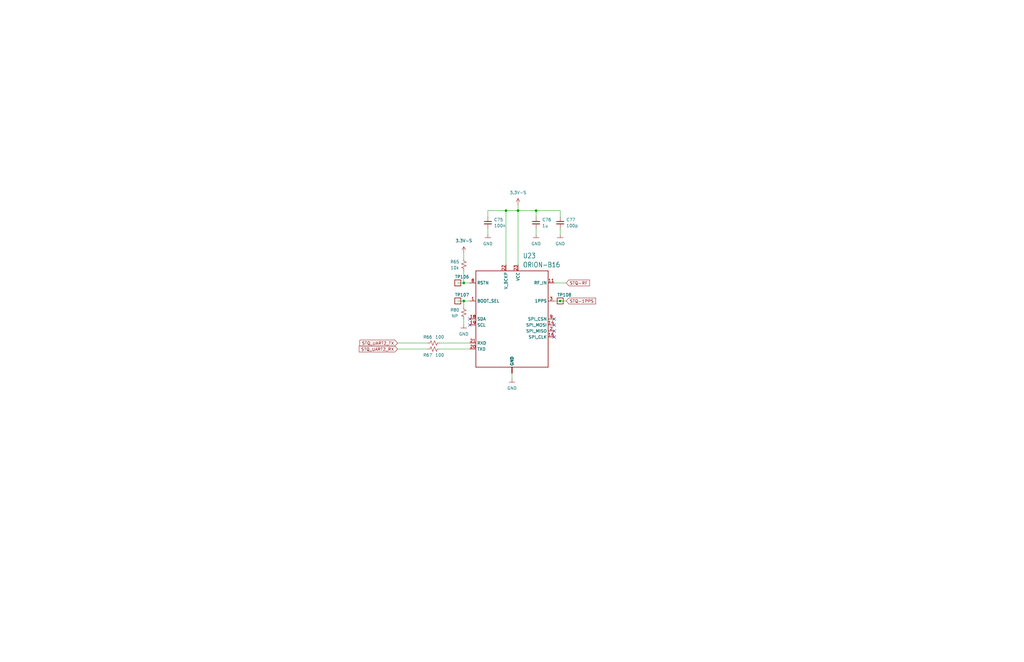
<source format=kicad_sch>
(kicad_sch (version 20211123) (generator eeschema)
  (paper "B")
  (lib_symbols
    (symbol "Device:C_Small" (pin_numbers hide) (pin_names (offset 0.254) hide)
      (property "Reference" "C" (at 0.254 1.778 0))
      (property "Value" "C_Small" (at 0.254 -2.032 0))
      (symbol "C_Small_0_1"
        (polyline (pts (xy -1.524 -0.508) (xy 1.524 -0.508)) (stroke (width 0.3302)))
        (polyline (pts (xy -1.524 0.508) (xy 1.524 0.508)) (stroke (width 0.3048)))
      )
      (symbol "C_Small_1_1"
        (pin passive line (at 0 2.54 270) (length 2.032) (name "~") (number "1"))
        (pin passive line (at 0 -2.54 90) (length 2.032) (name "~") (number "2"))
      )
    )
    (symbol "Device:R_Small_US" (pin_numbers hide) (pin_names (offset 0.254) hide)
      (property "Reference" "R" (at 0.762 0.508 0))
      (property "Value" "R_Small_US" (at 0.762 -1.016 0))
      (symbol "R_Small_US_1_1"
        (polyline (pts (xy 0 0) (xy 1.016 -0.381) (xy 0 -0.762) (xy -1.016 -1.143) (xy 0 -1.524)))
        (polyline (pts (xy 0 1.524) (xy 1.016 1.143) (xy 0 0.762) (xy -1.016 0.381) (xy 0 0)))
        (pin passive line (at 0 2.54 270) (length 1.016) (name "~") (number "1"))
        (pin passive line (at 0 -2.54 90) (length 1.016) (name "~") (number "2"))
      )
    )
    (symbol "OreSat-Power:GND" (power) (pin_names (offset 0))
      (property "Value" "GND" (at 0 -2.54 0))
      (symbol "GND_0_1"
        (polyline (pts (xy 0 0) (xy 0 -1.27) (xy 1.27 -1.27) (xy 0 -1.27) (xy -1.27 -1.27) (xy 0 -1.27)))
      )
      (symbol "GND_1_1"
        (pin power_in line (at 0 0 270) (length 0) hide (name "GND") (number "1"))
      )
    )
    (symbol "OreSat-TestPoint:Test-Point" (pin_numbers hide) (pin_names hide)
      (property "Reference" "TP" (at 0 2.54 0))
      (symbol "Test-Point_0_1"
        (rectangle (start -1.27 1.27) (end 1.27 -1.27) (stroke (width 0.254)))
      )
      (symbol "Test-Point_1_1"
        (pin passive line (at 0 0 90) (length 0) (name "") (number "1"))
      )
    )
    (symbol "U-SkyTraq-ORION-B16-gps-receiver:ORION-B16"
      (property "Reference" "U" (at 10.16 25.4 0))
      (property "Value" "ORION-B16" (at 10.16 22.86 0))
      (symbol "ORION-B16_1_0"
        (polyline (pts (xy -15.24 -20.32) (xy -15.24 20.32)) (stroke (width 0.254)))
        (polyline (pts (xy -15.24 20.32) (xy 15.24 20.32)) (stroke (width 0.254)))
        (polyline (pts (xy 15.24 -20.32) (xy -15.24 -20.32)) (stroke (width 0.254)))
        (polyline (pts (xy 15.24 20.32) (xy 15.24 -20.32)) (stroke (width 0.254)))
        (pin input line (at -17.78 7.62 0) (length 2.54) (name "BOOT_SEL") (number "1"))
        (pin power_in line (at 0 -22.86 90) (length 2.54) (name "GND") (number "10"))
        (pin input line (at 17.78 15.24 180) (length 2.54) (name "RF_IN") (number "11"))
        (pin power_in line (at 0 -22.86 90) (length 2.54) (name "GND") (number "12"))
        (pin power_in line (at 0 -22.86 90) (length 2.54) (name "GND") (number "13"))
        (pin input line (at 17.78 -2.54 180) (length 2.54) (name "SPI_MOSI") (number "14"))
        (pin input line (at 17.78 -7.62 180) (length 2.54) (name "SPI_CLK") (number "16"))
        (pin bidirectional line (at -17.78 0 0) (length 2.54) (name "SDA") (number "18"))
        (pin input line (at -17.78 -2.54 0) (length 2.54) (name "SCL") (number "19"))
        (pin output line (at 17.78 -5.08 180) (length 2.54) (name "SPI_MISO") (number "2"))
        (pin bidirectional line (at -17.78 -12.7 0) (length 2.54) (name "TXD") (number "20"))
        (pin input line (at -17.78 -10.16 0) (length 2.54) (name "RXD") (number "21"))
        (pin power_in line (at -2.54 22.86 270) (length 2.54) (name "V_BCKP") (number "22"))
        (pin power_in line (at 2.54 22.86 270) (length 2.54) (name "VCC") (number "23"))
        (pin power_in line (at 0 -22.86 90) (length 2.54) (name "GND") (number "24"))
        (pin output line (at 17.78 7.62 180) (length 2.54) (name "1PPS") (number "3"))
        (pin input line (at -17.78 15.24 0) (length 2.54) (name "RSTN") (number "8"))
        (pin input line (at 17.78 0 180) (length 2.54) (name "SPI_CSN") (number "9"))
      )
    )
    (symbol "gps-power:3.3V-S" (power) (in_bom no) (on_board no)
      (property "Value" "3.3V-S" (at 0 5.08 0))
      (symbol "3.3V-S_0_1"
        (polyline (pts (xy -0.762 1.27) (xy 0 2.54)))
        (polyline (pts (xy 0 0) (xy 0 2.54)))
        (polyline (pts (xy 0 2.54) (xy 0.762 1.27)))
      )
      (symbol "3.3V-S_1_1"
        (pin power_in line (at 0 0 90) (length 2.54) hide (name "3.3V-S") (number "1"))
      )
    )
  )
  (junction (at 236.22 127))
  (junction (at 213.36 88.9))
  (junction (at 218.44 88.9))
  (junction (at 195.58 119.38))
  (junction (at 195.58 127))
  (junction (at 226.06 88.9))
  (no_connect (at 233.68 134.62))
  (no_connect (at 233.68 142.24))
  (no_connect (at 233.68 139.7))
  (no_connect (at 233.68 137.16))
  (no_connect (at 198.12 134.62))
  (no_connect (at 198.12 137.16))
  (wire (pts (xy 195.58 119.38) (xy 198.12 119.38)))
  (wire (pts (xy 213.36 88.9) (xy 218.44 88.9)))
  (wire (pts (xy 226.06 91.44) (xy 226.06 88.9)))
  (wire (pts (xy 236.22 96.52) (xy 236.22 99.06)))
  (wire (pts (xy 205.74 96.52) (xy 205.74 99.06)))
  (wire (pts (xy 195.58 127) (xy 195.58 129.54)))
  (wire (pts (xy 195.58 106.68) (xy 195.58 109.22)))
  (wire (pts (xy 226.06 88.9) (xy 218.44 88.9)))
  (wire (pts (xy 167.64 147.32) (xy 180.34 147.32)))
  (wire (pts (xy 213.36 111.76) (xy 213.36 88.9)))
  (wire (pts (xy 195.58 134.62) (xy 195.58 137.16)))
  (wire (pts (xy 218.44 86.36) (xy 218.44 88.9)))
  (wire (pts (xy 213.36 88.9) (xy 205.74 88.9)))
  (wire (pts (xy 233.68 127) (xy 236.22 127)))
  (wire (pts (xy 226.06 96.52) (xy 226.06 99.06)))
  (wire (pts (xy 236.22 127) (xy 238.76 127)))
  (wire (pts (xy 193.04 127) (xy 195.58 127)))
  (wire (pts (xy 218.44 88.9) (xy 218.44 111.76)))
  (wire (pts (xy 205.74 88.9) (xy 205.74 91.44)))
  (wire (pts (xy 236.22 88.9) (xy 226.06 88.9)))
  (wire (pts (xy 195.58 127) (xy 198.12 127)))
  (wire (pts (xy 215.9 157.48) (xy 215.9 160.02)))
  (wire (pts (xy 236.22 91.44) (xy 236.22 88.9)))
  (wire (pts (xy 185.42 147.32) (xy 198.12 147.32)))
  (wire (pts (xy 185.42 144.78) (xy 198.12 144.78)))
  (wire (pts (xy 167.64 144.78) (xy 180.34 144.78)))
  (wire (pts (xy 233.68 119.38) (xy 238.76 119.38)))
  (wire (pts (xy 193.04 119.38) (xy 195.58 119.38)))
  (wire (pts (xy 195.58 114.3) (xy 195.58 119.38)))
  (global_label "STQ_UART2_RX" (shape input) (at 167.64 147.32 180) (property "Intersheet References" "${INTERSHEET_REFS}" (effects hide)))
  (global_label "STQ-1PPS" (shape input) (at 238.76 127 0) (property "Intersheet References" "${INTERSHEET_REFS}" (effects hide)))
  (global_label "STQ-RF" (shape input) (at 238.76 119.38 0) (property "Intersheet References" "${INTERSHEET_REFS}" (effects hide)))
  (global_label "STQ_UART2_TX" (shape input) (at 167.64 144.78 180) (property "Intersheet References" "${INTERSHEET_REFS}" (effects hide)))
  (symbol (lib_id "OreSat-TestPoint:Test-Point") (at 193.04 119.38 0) (unit 1)
    (property "Reference" "TP106" (at 191.77 116.84 0) (effects (justify left)))
    (property "Value" "Test-Point" (effects hide))
    (property "Footprint" "OreSat-TestPoint:1X01" (effects hide))
  )
  (symbol (lib_id "OreSat-Power:GND") (at 226.06 99.06 0) (unit 1)
    (property "Reference" "#GND0222" (effects hide))
    (property "Value" "GND" (at 226.06 102.87 0))
  )
  (symbol (lib_id "OreSat-TestPoint:Test-Point") (at 193.04 127 0) (unit 1)
    (property "Reference" "TP107" (at 191.77 124.46 0) (effects (justify left)))
    (property "Value" "Test-Point" (effects hide))
    (property "Footprint" "OreSat-TestPoint:1X01" (effects hide))
  )
  (symbol (lib_id "OreSat-Power:GND") (at 205.74 99.06 0) (unit 1)
    (property "Reference" "#GND0221" (effects hide))
    (property "Value" "GND" (at 205.74 102.87 0))
  )
  (symbol (lib_id "Device:R_Small_US") (at 195.58 111.76 0) (unit 1)
    (property "Reference" "R65" (at 191.77 110.49 0))
    (property "Value" "10k" (at 191.77 113.03 0))
    (property "Footprint" "Resistor_SMD:R_0603_1608Metric" (effects hide))
  )
  (symbol (lib_id "Device:C_Small") (at 226.06 93.98 0) (unit 1)
    (property "Reference" "C76" (at 228.6 92.7162 0) (effects (justify left)))
    (property "Value" "1u" (at 228.6 95.2562 0) (effects (justify left)))
    (property "Footprint" "Capacitor_SMD:C_0603_1608Metric" (effects hide))
  )
  (symbol (lib_id "OreSat-Power:GND") (at 215.9 160.02 0) (unit 1)
    (property "Reference" "#GND0225" (effects hide))
    (property "Value" "GND" (at 215.9 163.83 0))
  )
  (symbol (lib_id "Device:C_Small") (at 205.74 93.98 0) (unit 1)
    (property "Reference" "C75" (at 208.28 92.7162 0) (effects (justify left)))
    (property "Value" "100n" (at 208.28 95.2562 0) (effects (justify left)))
    (property "Footprint" "Capacitor_SMD:C_0603_1608Metric" (effects hide))
  )
  (symbol (lib_id "Device:R_Small_US") (at 182.88 147.32 90) (unit 1)
    (property "Reference" "R67" (at 180.34 149.86 90))
    (property "Value" "100" (at 185.42 149.86 90))
    (property "Footprint" "Resistor_SMD:R_0603_1608Metric" (effects hide))
  )
  (symbol (lib_id "U-SkyTraq-ORION-B16-gps-receiver:ORION-B16") (at 215.9 134.62 0) (unit 1)
    (property "Reference" "U23" (at 220.4594 107.95 0) (effects (font (size 2.0828 1.7703)) (justify left)))
    (property "Value" "ORION-B16" (at 220.4594 111.76 0) (effects (font (size 2.0828 1.7703)) (justify left)))
    (property "Footprint" "oresat-footprints:U-SkyTraq-ORION-B16" (effects hide))
    (property "Datasheet" "https://navspark.mybigcommerce.com/content/Orion_B16_DS.pdf" (effects hide))
  )
  (symbol (lib_id "gps-power:3.3V-S") (at 218.44 86.36 0) (unit 1) (in_bom no) (on_board no)
    (property "Reference" "#3V3-S0102" (effects hide))
    (property "Value" "3.3V-S" (at 218.44 81.28 0))
  )
  (symbol (lib_id "Device:C_Small") (at 236.22 93.98 0) (unit 1)
    (property "Reference" "C77" (at 238.76 92.7162 0) (effects (justify left)))
    (property "Value" "100p" (at 238.76 95.2562 0) (effects (justify left)))
    (property "Footprint" "Capacitor_SMD:C_0603_1608Metric" (effects hide))
  )
  (symbol (lib_id "OreSat-Power:GND") (at 195.58 137.16 0) (unit 1)
    (property "Reference" "#GND0224" (effects hide))
    (property "Value" "GND" (at 195.58 140.97 0))
  )
  (symbol (lib_id "Device:R_Small_US") (at 182.88 144.78 90) (unit 1)
    (property "Reference" "R66" (at 180.34 142.24 90))
    (property "Value" "100" (at 185.42 142.24 90))
    (property "Footprint" "Resistor_SMD:R_0603_1608Metric" (effects hide))
  )
  (symbol (lib_id "OreSat-Power:GND") (at 236.22 99.06 0) (unit 1)
    (property "Reference" "#GND0223" (effects hide))
    (property "Value" "GND" (at 236.22 102.87 0))
  )
  (symbol (lib_id "Device:R_Small_US") (at 195.58 132.08 0) (unit 1)
    (property "Reference" "R80" (at 191.77 130.81 0))
    (property "Value" "NP" (at 191.77 133.35 0))
    (property "Footprint" "Resistor_SMD:R_0603_1608Metric" (effects hide))
  )
  (symbol (lib_id "gps-power:3.3V-S") (at 195.58 106.68 0) (unit 1) (in_bom no) (on_board no)
    (property "Reference" "#3V3-S0103" (effects hide))
    (property "Value" "3.3V-S" (at 195.58 101.6 0))
  )
  (symbol (lib_id "OreSat-TestPoint:Test-Point") (at 236.22 127 0) (unit 1)
    (property "Reference" "TP108" (at 234.95 124.46 0) (effects (justify left)))
    (property "Value" "Test-Point" (effects hide))
    (property "Footprint" "OreSat-TestPoint:1X01" (effects hide))
  )
)
</source>
